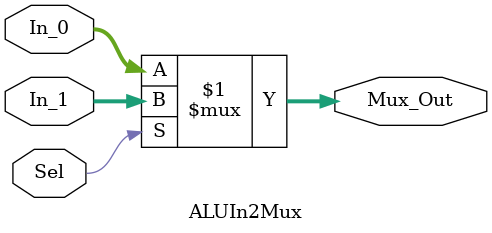
<source format=v>
`timescale 1ns / 1ps

module ALUIn2Mux(
    input Sel,
    input [31:0] In_0,
    input [31:0] In_1,
    output [31:0] Mux_Out
    );
    assign Mux_Out = Sel ? In_1 : In_0;
endmodule

</source>
